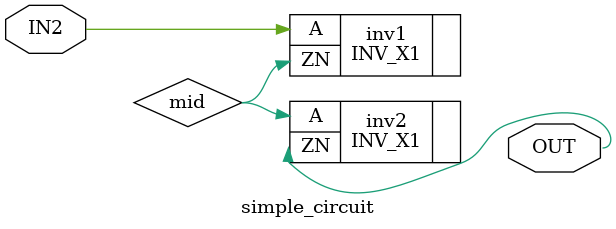
<source format=v>
module simple_circuit (
    input wire IN2,
    output wire OUT
);

    wire mid;
    INV_X1 inv1 (.A(IN2),.ZN(mid));   
    INV_X1 inv2 (.A(mid),.ZN(OUT));   

endmodule



</source>
